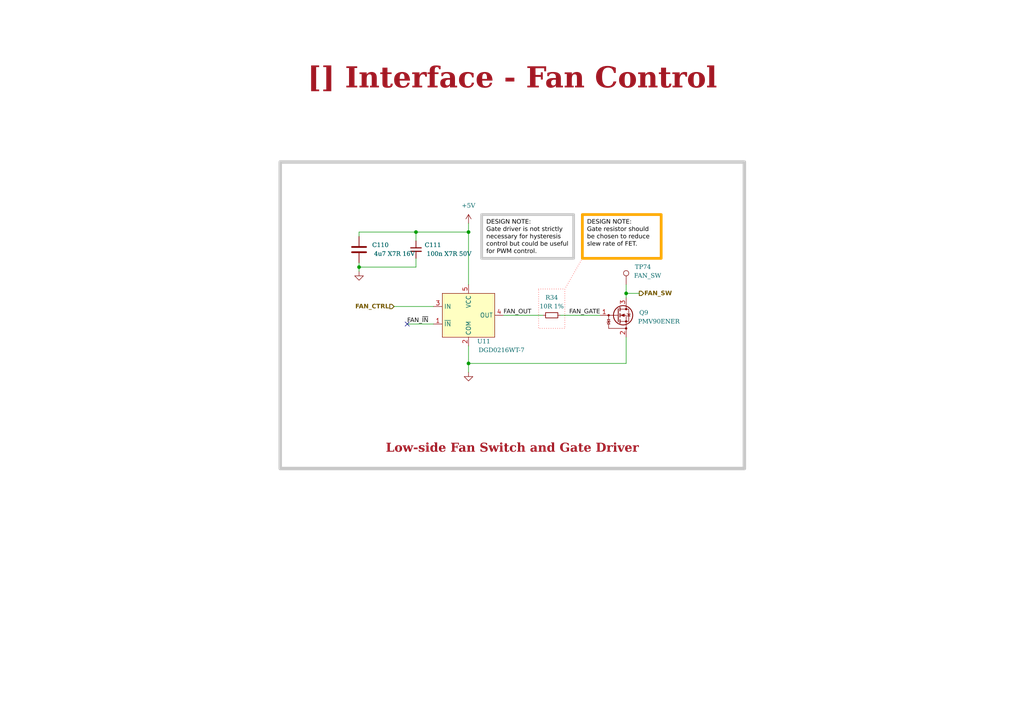
<source format=kicad_sch>
(kicad_sch
	(version 20231120)
	(generator "eeschema")
	(generator_version "8.0")
	(uuid "9561d9b9-905f-4f61-b14b-32e7a70f5d64")
	(paper "A4")
	(title_block
		(title "Interface - Fan Control")
		(date "2023-11-19")
		(rev "${REVISION}")
		(company "${COMPANY}")
	)
	(lib_symbols
		(symbol "0_gate_driver:DGD0216WT-7"
			(exclude_from_sim no)
			(in_bom yes)
			(on_board yes)
			(property "Reference" "U"
				(at -7.62 7.62 0)
				(effects
					(font
						(size 1.27 1.27)
					)
				)
			)
			(property "Value" "DGD0216WT-7"
				(at 7.62 -7.62 0)
				(effects
					(font
						(size 1.27 1.27)
					)
				)
			)
			(property "Footprint" "Package_TO_SOT_SMD:TSOT-23-5"
				(at 1.27 -22.86 0)
				(effects
					(font
						(size 1.27 1.27)
					)
					(hide yes)
				)
			)
			(property "Datasheet" "https://www.diodes.com/assets/Datasheets/DGD0215-0216.pdf"
				(at 0 -21.59 0)
				(effects
					(font
						(size 1.27 1.27)
					)
					(hide yes)
				)
			)
			(property "Description" "1.9A HIGH SPEED SINGLE GATE DRIVER"
				(at 0 0 0)
				(effects
					(font
						(size 1.27 1.27)
					)
					(hide yes)
				)
			)
			(property "ki_keywords" "Gate Driver"
				(at 0 0 0)
				(effects
					(font
						(size 1.27 1.27)
					)
					(hide yes)
				)
			)
			(symbol "DGD0216WT-7_1_1"
				(rectangle
					(start -7.62 6.35)
					(end 7.62 -6.35)
					(stroke
						(width 0)
						(type default)
					)
					(fill
						(type background)
					)
				)
				(pin input line
					(at -10.16 -2.54 0)
					(length 2.54)
					(name "~{IN}"
						(effects
							(font
								(size 1.27 1.27)
							)
						)
					)
					(number "1"
						(effects
							(font
								(size 1.27 1.27)
							)
						)
					)
				)
				(pin passive line
					(at 0 -8.89 90)
					(length 2.54)
					(name "COM"
						(effects
							(font
								(size 1.27 1.27)
							)
						)
					)
					(number "2"
						(effects
							(font
								(size 1.27 1.27)
							)
						)
					)
				)
				(pin input line
					(at -10.16 2.54 0)
					(length 2.54)
					(name "IN"
						(effects
							(font
								(size 1.27 1.27)
							)
						)
					)
					(number "3"
						(effects
							(font
								(size 1.27 1.27)
							)
						)
					)
				)
				(pin output line
					(at 10.16 0 180)
					(length 2.54)
					(name "OUT"
						(effects
							(font
								(size 1.27 1.27)
							)
						)
					)
					(number "4"
						(effects
							(font
								(size 1.27 1.27)
							)
						)
					)
				)
				(pin power_in line
					(at 0 8.89 270)
					(length 2.54)
					(name "VCC"
						(effects
							(font
								(size 1.27 1.27)
							)
						)
					)
					(number "5"
						(effects
							(font
								(size 1.27 1.27)
							)
						)
					)
				)
			)
		)
		(symbol "0_transistor_fet:PMV90ENER"
			(pin_names hide)
			(exclude_from_sim no)
			(in_bom yes)
			(on_board yes)
			(property "Reference" "Q"
				(at 5.08 1.905 0)
				(effects
					(font
						(size 1.27 1.27)
					)
					(justify left)
				)
			)
			(property "Value" "PMV90ENER"
				(at 5.08 0 0)
				(effects
					(font
						(size 1.27 1.27)
					)
					(justify left)
				)
			)
			(property "Footprint" "0_package_SOT_TO_SMD:SOT-23-3"
				(at 5.08 12.7 0)
				(effects
					(font
						(size 1.27 1.27)
						(italic yes)
					)
					(justify left)
					(hide yes)
				)
			)
			(property "Datasheet" "https://assets.nexperia.com/documents/data-sheet/PMV90ENE.pdf"
				(at 5.08 15.24 0)
				(effects
					(font
						(size 1.27 1.27)
					)
					(justify left)
					(hide yes)
				)
			)
			(property "Description" "N-Channel 30 V 3A (Ta) 460mW (Ta) Surface Mount TO-236AB"
				(at 0 0 0)
				(effects
					(font
						(size 1.27 1.27)
					)
					(hide yes)
				)
			)
			(property "ki_keywords" "N-Channel MOSFET Logic-Level"
				(at 0 0 0)
				(effects
					(font
						(size 1.27 1.27)
					)
					(hide yes)
				)
			)
			(property "ki_fp_filters" "TO?92*"
				(at 0 0 0)
				(effects
					(font
						(size 1.27 1.27)
					)
					(hide yes)
				)
			)
			(symbol "PMV90ENER_0_1"
				(circle
					(center -2.54 0)
					(radius 0.254)
					(stroke
						(width 0)
						(type default)
					)
					(fill
						(type outline)
					)
				)
				(polyline
					(pts
						(xy -2.54 -3.81) (xy -2.54 -2.54)
					)
					(stroke
						(width 0)
						(type default)
					)
					(fill
						(type none)
					)
				)
				(polyline
					(pts
						(xy -2.54 -3.81) (xy 2.54 -3.81)
					)
					(stroke
						(width 0)
						(type default)
					)
					(fill
						(type none)
					)
				)
				(polyline
					(pts
						(xy -2.54 0) (xy -2.54 -1.27)
					)
					(stroke
						(width 0)
						(type default)
					)
					(fill
						(type none)
					)
				)
				(polyline
					(pts
						(xy 0.254 0) (xy -2.54 0)
					)
					(stroke
						(width 0)
						(type default)
					)
					(fill
						(type none)
					)
				)
				(polyline
					(pts
						(xy 0.254 1.905) (xy 0.254 -1.905)
					)
					(stroke
						(width 0.254)
						(type default)
					)
					(fill
						(type none)
					)
				)
				(polyline
					(pts
						(xy 0.762 -1.27) (xy 0.762 -2.286)
					)
					(stroke
						(width 0.254)
						(type default)
					)
					(fill
						(type none)
					)
				)
				(polyline
					(pts
						(xy 0.762 0.508) (xy 0.762 -0.508)
					)
					(stroke
						(width 0.254)
						(type default)
					)
					(fill
						(type none)
					)
				)
				(polyline
					(pts
						(xy 0.762 2.286) (xy 0.762 1.27)
					)
					(stroke
						(width 0.254)
						(type default)
					)
					(fill
						(type none)
					)
				)
				(polyline
					(pts
						(xy 2.54 2.54) (xy 2.54 1.778)
					)
					(stroke
						(width 0)
						(type default)
					)
					(fill
						(type none)
					)
				)
				(polyline
					(pts
						(xy 2.54 -3.81) (xy 2.54 0) (xy 0.762 0)
					)
					(stroke
						(width 0)
						(type default)
					)
					(fill
						(type none)
					)
				)
				(polyline
					(pts
						(xy -2.54 -1.905) (xy -2.921 -1.27) (xy -2.159 -1.27) (xy -2.54 -1.905)
					)
					(stroke
						(width 0)
						(type default)
					)
					(fill
						(type none)
					)
				)
				(polyline
					(pts
						(xy -2.54 -1.905) (xy -2.159 -2.54) (xy -2.921 -2.54) (xy -2.54 -1.905)
					)
					(stroke
						(width 0)
						(type default)
					)
					(fill
						(type none)
					)
				)
				(polyline
					(pts
						(xy -2.032 -1.778) (xy -2.159 -1.905) (xy -2.921 -1.905) (xy -3.048 -2.032)
					)
					(stroke
						(width 0)
						(type default)
					)
					(fill
						(type none)
					)
				)
				(polyline
					(pts
						(xy 0.762 -1.778) (xy 3.302 -1.778) (xy 3.302 1.778) (xy 0.762 1.778)
					)
					(stroke
						(width 0)
						(type default)
					)
					(fill
						(type none)
					)
				)
				(polyline
					(pts
						(xy 1.016 0) (xy 2.032 0.381) (xy 2.032 -0.381) (xy 1.016 0)
					)
					(stroke
						(width 0)
						(type default)
					)
					(fill
						(type outline)
					)
				)
				(polyline
					(pts
						(xy 2.794 0.508) (xy 2.921 0.381) (xy 3.683 0.381) (xy 3.81 0.254)
					)
					(stroke
						(width 0)
						(type default)
					)
					(fill
						(type none)
					)
				)
				(polyline
					(pts
						(xy 3.302 0.381) (xy 2.921 -0.254) (xy 3.683 -0.254) (xy 3.302 0.381)
					)
					(stroke
						(width 0)
						(type default)
					)
					(fill
						(type none)
					)
				)
				(circle
					(center 1.651 0)
					(radius 2.794)
					(stroke
						(width 0.254)
						(type default)
					)
					(fill
						(type none)
					)
				)
				(circle
					(center 2.54 -3.81)
					(radius 0.254)
					(stroke
						(width 0)
						(type default)
					)
					(fill
						(type outline)
					)
				)
				(circle
					(center 2.54 -1.778)
					(radius 0.254)
					(stroke
						(width 0)
						(type default)
					)
					(fill
						(type outline)
					)
				)
				(circle
					(center 2.54 1.778)
					(radius 0.254)
					(stroke
						(width 0)
						(type default)
					)
					(fill
						(type outline)
					)
				)
			)
			(symbol "PMV90ENER_1_1"
				(pin input line
					(at -5.08 0 0)
					(length 2.54)
					(name "G"
						(effects
							(font
								(size 1.27 1.27)
							)
						)
					)
					(number "1"
						(effects
							(font
								(size 1.27 1.27)
							)
						)
					)
				)
				(pin passive line
					(at 2.54 -6.35 90)
					(length 2.54)
					(name "S"
						(effects
							(font
								(size 1.27 1.27)
							)
						)
					)
					(number "2"
						(effects
							(font
								(size 1.27 1.27)
							)
						)
					)
				)
				(pin passive line
					(at 2.54 5.08 270)
					(length 2.54)
					(name "D"
						(effects
							(font
								(size 1.27 1.27)
							)
						)
					)
					(number "3"
						(effects
							(font
								(size 1.27 1.27)
							)
						)
					)
				)
			)
		)
		(symbol "Connector:TestPoint"
			(pin_numbers hide)
			(pin_names
				(offset 0.762) hide)
			(exclude_from_sim no)
			(in_bom yes)
			(on_board yes)
			(property "Reference" "TP"
				(at 0 6.858 0)
				(effects
					(font
						(size 1.27 1.27)
					)
				)
			)
			(property "Value" "TestPoint"
				(at 0 5.08 0)
				(effects
					(font
						(size 1.27 1.27)
					)
				)
			)
			(property "Footprint" ""
				(at 5.08 0 0)
				(effects
					(font
						(size 1.27 1.27)
					)
					(hide yes)
				)
			)
			(property "Datasheet" "~"
				(at 5.08 0 0)
				(effects
					(font
						(size 1.27 1.27)
					)
					(hide yes)
				)
			)
			(property "Description" "test point"
				(at 0 0 0)
				(effects
					(font
						(size 1.27 1.27)
					)
					(hide yes)
				)
			)
			(property "ki_keywords" "test point tp"
				(at 0 0 0)
				(effects
					(font
						(size 1.27 1.27)
					)
					(hide yes)
				)
			)
			(property "ki_fp_filters" "Pin* Test*"
				(at 0 0 0)
				(effects
					(font
						(size 1.27 1.27)
					)
					(hide yes)
				)
			)
			(symbol "TestPoint_0_1"
				(circle
					(center 0 3.302)
					(radius 0.762)
					(stroke
						(width 0)
						(type default)
					)
					(fill
						(type none)
					)
				)
			)
			(symbol "TestPoint_1_1"
				(pin passive line
					(at 0 0 90)
					(length 2.54)
					(name "1"
						(effects
							(font
								(size 1.27 1.27)
							)
						)
					)
					(number "1"
						(effects
							(font
								(size 1.27 1.27)
							)
						)
					)
				)
			)
		)
		(symbol "Device:C"
			(pin_numbers hide)
			(pin_names
				(offset 0.254)
			)
			(exclude_from_sim no)
			(in_bom yes)
			(on_board yes)
			(property "Reference" "C"
				(at 0.635 2.54 0)
				(effects
					(font
						(size 1.27 1.27)
					)
					(justify left)
				)
			)
			(property "Value" "C"
				(at 0.635 -2.54 0)
				(effects
					(font
						(size 1.27 1.27)
					)
					(justify left)
				)
			)
			(property "Footprint" ""
				(at 0.9652 -3.81 0)
				(effects
					(font
						(size 1.27 1.27)
					)
					(hide yes)
				)
			)
			(property "Datasheet" "~"
				(at 0 0 0)
				(effects
					(font
						(size 1.27 1.27)
					)
					(hide yes)
				)
			)
			(property "Description" "Unpolarized capacitor"
				(at 0 0 0)
				(effects
					(font
						(size 1.27 1.27)
					)
					(hide yes)
				)
			)
			(property "ki_keywords" "cap capacitor"
				(at 0 0 0)
				(effects
					(font
						(size 1.27 1.27)
					)
					(hide yes)
				)
			)
			(property "ki_fp_filters" "C_*"
				(at 0 0 0)
				(effects
					(font
						(size 1.27 1.27)
					)
					(hide yes)
				)
			)
			(symbol "C_0_1"
				(polyline
					(pts
						(xy -2.032 -0.762) (xy 2.032 -0.762)
					)
					(stroke
						(width 0.508)
						(type default)
					)
					(fill
						(type none)
					)
				)
				(polyline
					(pts
						(xy -2.032 0.762) (xy 2.032 0.762)
					)
					(stroke
						(width 0.508)
						(type default)
					)
					(fill
						(type none)
					)
				)
			)
			(symbol "C_1_1"
				(pin passive line
					(at 0 3.81 270)
					(length 2.794)
					(name "~"
						(effects
							(font
								(size 1.27 1.27)
							)
						)
					)
					(number "1"
						(effects
							(font
								(size 1.27 1.27)
							)
						)
					)
				)
				(pin passive line
					(at 0 -3.81 90)
					(length 2.794)
					(name "~"
						(effects
							(font
								(size 1.27 1.27)
							)
						)
					)
					(number "2"
						(effects
							(font
								(size 1.27 1.27)
							)
						)
					)
				)
			)
		)
		(symbol "Device:C_Small"
			(pin_numbers hide)
			(pin_names
				(offset 0.254) hide)
			(exclude_from_sim no)
			(in_bom yes)
			(on_board yes)
			(property "Reference" "C"
				(at 0.254 1.778 0)
				(effects
					(font
						(size 1.27 1.27)
					)
					(justify left)
				)
			)
			(property "Value" "C_Small"
				(at 0.254 -2.032 0)
				(effects
					(font
						(size 1.27 1.27)
					)
					(justify left)
				)
			)
			(property "Footprint" ""
				(at 0 0 0)
				(effects
					(font
						(size 1.27 1.27)
					)
					(hide yes)
				)
			)
			(property "Datasheet" "~"
				(at 0 0 0)
				(effects
					(font
						(size 1.27 1.27)
					)
					(hide yes)
				)
			)
			(property "Description" "Unpolarized capacitor, small symbol"
				(at 0 0 0)
				(effects
					(font
						(size 1.27 1.27)
					)
					(hide yes)
				)
			)
			(property "ki_keywords" "capacitor cap"
				(at 0 0 0)
				(effects
					(font
						(size 1.27 1.27)
					)
					(hide yes)
				)
			)
			(property "ki_fp_filters" "C_*"
				(at 0 0 0)
				(effects
					(font
						(size 1.27 1.27)
					)
					(hide yes)
				)
			)
			(symbol "C_Small_0_1"
				(polyline
					(pts
						(xy -1.524 -0.508) (xy 1.524 -0.508)
					)
					(stroke
						(width 0.3302)
						(type default)
					)
					(fill
						(type none)
					)
				)
				(polyline
					(pts
						(xy -1.524 0.508) (xy 1.524 0.508)
					)
					(stroke
						(width 0.3048)
						(type default)
					)
					(fill
						(type none)
					)
				)
			)
			(symbol "C_Small_1_1"
				(pin passive line
					(at 0 2.54 270)
					(length 2.032)
					(name "~"
						(effects
							(font
								(size 1.27 1.27)
							)
						)
					)
					(number "1"
						(effects
							(font
								(size 1.27 1.27)
							)
						)
					)
				)
				(pin passive line
					(at 0 -2.54 90)
					(length 2.032)
					(name "~"
						(effects
							(font
								(size 1.27 1.27)
							)
						)
					)
					(number "2"
						(effects
							(font
								(size 1.27 1.27)
							)
						)
					)
				)
			)
		)
		(symbol "Device:R_Small"
			(pin_numbers hide)
			(pin_names
				(offset 0.254) hide)
			(exclude_from_sim no)
			(in_bom yes)
			(on_board yes)
			(property "Reference" "R"
				(at 0.762 0.508 0)
				(effects
					(font
						(size 1.27 1.27)
					)
					(justify left)
				)
			)
			(property "Value" "R_Small"
				(at 0.762 -1.016 0)
				(effects
					(font
						(size 1.27 1.27)
					)
					(justify left)
				)
			)
			(property "Footprint" ""
				(at 0 0 0)
				(effects
					(font
						(size 1.27 1.27)
					)
					(hide yes)
				)
			)
			(property "Datasheet" "~"
				(at 0 0 0)
				(effects
					(font
						(size 1.27 1.27)
					)
					(hide yes)
				)
			)
			(property "Description" "Resistor, small symbol"
				(at 0 0 0)
				(effects
					(font
						(size 1.27 1.27)
					)
					(hide yes)
				)
			)
			(property "ki_keywords" "R resistor"
				(at 0 0 0)
				(effects
					(font
						(size 1.27 1.27)
					)
					(hide yes)
				)
			)
			(property "ki_fp_filters" "R_*"
				(at 0 0 0)
				(effects
					(font
						(size 1.27 1.27)
					)
					(hide yes)
				)
			)
			(symbol "R_Small_0_1"
				(rectangle
					(start -0.762 1.778)
					(end 0.762 -1.778)
					(stroke
						(width 0.2032)
						(type default)
					)
					(fill
						(type none)
					)
				)
			)
			(symbol "R_Small_1_1"
				(pin passive line
					(at 0 2.54 270)
					(length 0.762)
					(name "~"
						(effects
							(font
								(size 1.27 1.27)
							)
						)
					)
					(number "1"
						(effects
							(font
								(size 1.27 1.27)
							)
						)
					)
				)
				(pin passive line
					(at 0 -2.54 90)
					(length 0.762)
					(name "~"
						(effects
							(font
								(size 1.27 1.27)
							)
						)
					)
					(number "2"
						(effects
							(font
								(size 1.27 1.27)
							)
						)
					)
				)
			)
		)
		(symbol "power:+5V"
			(power)
			(pin_names
				(offset 0)
			)
			(exclude_from_sim no)
			(in_bom yes)
			(on_board yes)
			(property "Reference" "#PWR"
				(at 0 -3.81 0)
				(effects
					(font
						(size 1.27 1.27)
					)
					(hide yes)
				)
			)
			(property "Value" "+5V"
				(at 0 3.556 0)
				(effects
					(font
						(size 1.27 1.27)
					)
				)
			)
			(property "Footprint" ""
				(at 0 0 0)
				(effects
					(font
						(size 1.27 1.27)
					)
					(hide yes)
				)
			)
			(property "Datasheet" ""
				(at 0 0 0)
				(effects
					(font
						(size 1.27 1.27)
					)
					(hide yes)
				)
			)
			(property "Description" "Power symbol creates a global label with name \"+5V\""
				(at 0 0 0)
				(effects
					(font
						(size 1.27 1.27)
					)
					(hide yes)
				)
			)
			(property "ki_keywords" "global power"
				(at 0 0 0)
				(effects
					(font
						(size 1.27 1.27)
					)
					(hide yes)
				)
			)
			(symbol "+5V_0_1"
				(polyline
					(pts
						(xy -0.762 1.27) (xy 0 2.54)
					)
					(stroke
						(width 0)
						(type default)
					)
					(fill
						(type none)
					)
				)
				(polyline
					(pts
						(xy 0 0) (xy 0 2.54)
					)
					(stroke
						(width 0)
						(type default)
					)
					(fill
						(type none)
					)
				)
				(polyline
					(pts
						(xy 0 2.54) (xy 0.762 1.27)
					)
					(stroke
						(width 0)
						(type default)
					)
					(fill
						(type none)
					)
				)
			)
			(symbol "+5V_1_1"
				(pin power_in line
					(at 0 0 90)
					(length 0) hide
					(name "+5V"
						(effects
							(font
								(size 1.27 1.27)
							)
						)
					)
					(number "1"
						(effects
							(font
								(size 1.27 1.27)
							)
						)
					)
				)
			)
		)
		(symbol "power:GND"
			(power)
			(pin_names
				(offset 0)
			)
			(exclude_from_sim no)
			(in_bom yes)
			(on_board yes)
			(property "Reference" "#PWR"
				(at 0 -6.35 0)
				(effects
					(font
						(size 1.27 1.27)
					)
					(hide yes)
				)
			)
			(property "Value" "GND"
				(at 0 -3.81 0)
				(effects
					(font
						(size 1.27 1.27)
					)
				)
			)
			(property "Footprint" ""
				(at 0 0 0)
				(effects
					(font
						(size 1.27 1.27)
					)
					(hide yes)
				)
			)
			(property "Datasheet" ""
				(at 0 0 0)
				(effects
					(font
						(size 1.27 1.27)
					)
					(hide yes)
				)
			)
			(property "Description" "Power symbol creates a global label with name \"GND\" , ground"
				(at 0 0 0)
				(effects
					(font
						(size 1.27 1.27)
					)
					(hide yes)
				)
			)
			(property "ki_keywords" "global power"
				(at 0 0 0)
				(effects
					(font
						(size 1.27 1.27)
					)
					(hide yes)
				)
			)
			(symbol "GND_0_1"
				(polyline
					(pts
						(xy 0 0) (xy 0 -1.27) (xy 1.27 -1.27) (xy 0 -2.54) (xy -1.27 -1.27) (xy 0 -1.27)
					)
					(stroke
						(width 0)
						(type default)
					)
					(fill
						(type none)
					)
				)
			)
			(symbol "GND_1_1"
				(pin power_in line
					(at 0 0 270)
					(length 0) hide
					(name "GND"
						(effects
							(font
								(size 1.27 1.27)
							)
						)
					)
					(number "1"
						(effects
							(font
								(size 1.27 1.27)
							)
						)
					)
				)
			)
		)
	)
	(junction
		(at 135.89 67.31)
		(diameter 0)
		(color 0 0 0 0)
		(uuid "101e2370-fde4-40c7-924f-1c041ea073b4")
	)
	(junction
		(at 135.89 105.41)
		(diameter 0)
		(color 0 0 0 0)
		(uuid "20cf5432-6741-4fc5-b1d7-53c32d8001c9")
	)
	(junction
		(at 120.65 67.31)
		(diameter 0)
		(color 0 0 0 0)
		(uuid "44fca2cd-3f3e-46f8-9f55-e048e840c877")
	)
	(junction
		(at 181.61 85.09)
		(diameter 0)
		(color 0 0 0 0)
		(uuid "5d418cee-ea31-48c2-92b2-fd1f9e25170f")
	)
	(junction
		(at 104.14 77.47)
		(diameter 0)
		(color 0 0 0 0)
		(uuid "b3977ccd-bacd-46bf-aaa8-08536d18cf98")
	)
	(no_connect
		(at 118.11 93.98)
		(uuid "f2cb6240-337d-4902-9b20-8a76fd513b47")
	)
	(wire
		(pts
			(xy 181.61 85.09) (xy 181.61 86.36)
		)
		(stroke
			(width 0)
			(type default)
		)
		(uuid "048ffe3e-ebe7-43ec-b7a2-6365493d7b18")
	)
	(wire
		(pts
			(xy 104.14 77.47) (xy 104.14 76.2)
		)
		(stroke
			(width 0)
			(type default)
		)
		(uuid "3751f164-aeb3-46e4-a99f-3767ca5b9246")
	)
	(wire
		(pts
			(xy 135.89 64.77) (xy 135.89 67.31)
		)
		(stroke
			(width 0)
			(type default)
		)
		(uuid "39106e5f-d8d4-418c-a534-5b165bfd7730")
	)
	(wire
		(pts
			(xy 146.05 91.44) (xy 157.48 91.44)
		)
		(stroke
			(width 0)
			(type default)
		)
		(uuid "3ca57dfa-2eda-4492-8d3c-8e3a6a9e2cb0")
	)
	(wire
		(pts
			(xy 135.89 107.95) (xy 135.89 105.41)
		)
		(stroke
			(width 0)
			(type default)
		)
		(uuid "410de889-300d-4944-b0f0-6fec4131090e")
	)
	(wire
		(pts
			(xy 181.61 85.09) (xy 181.61 82.55)
		)
		(stroke
			(width 0)
			(type default)
		)
		(uuid "4907b5f6-5ee1-4545-9427-03312eb3d4a1")
	)
	(wire
		(pts
			(xy 120.65 67.31) (xy 135.89 67.31)
		)
		(stroke
			(width 0)
			(type default)
		)
		(uuid "56708e91-39e1-4335-9451-d33ac839af3c")
	)
	(wire
		(pts
			(xy 104.14 67.31) (xy 120.65 67.31)
		)
		(stroke
			(width 0)
			(type default)
		)
		(uuid "64b4ef4a-6f5f-4d51-b593-dcc84272aabc")
	)
	(wire
		(pts
			(xy 135.89 105.41) (xy 135.89 100.33)
		)
		(stroke
			(width 0)
			(type default)
		)
		(uuid "6b9a765e-9d6d-4479-9902-d06b34e1932b")
	)
	(wire
		(pts
			(xy 104.14 78.74) (xy 104.14 77.47)
		)
		(stroke
			(width 0)
			(type default)
		)
		(uuid "802ba361-95c9-448e-9e81-bd5ceb01988e")
	)
	(wire
		(pts
			(xy 135.89 67.31) (xy 135.89 82.55)
		)
		(stroke
			(width 0)
			(type default)
		)
		(uuid "863b0ba9-feb4-4b3d-9158-ed85a7fc46f1")
	)
	(wire
		(pts
			(xy 181.61 105.41) (xy 181.61 97.79)
		)
		(stroke
			(width 0)
			(type default)
		)
		(uuid "99583f31-a05e-4d39-840c-b970772f6ef6")
	)
	(wire
		(pts
			(xy 120.65 69.85) (xy 120.65 67.31)
		)
		(stroke
			(width 0)
			(type default)
		)
		(uuid "a836599c-bf9d-454a-ac88-2a2a04e1826a")
	)
	(wire
		(pts
			(xy 104.14 77.47) (xy 120.65 77.47)
		)
		(stroke
			(width 0)
			(type default)
		)
		(uuid "b37357d6-16c4-4e68-b503-2f582659f3bc")
	)
	(wire
		(pts
			(xy 162.56 91.44) (xy 173.99 91.44)
		)
		(stroke
			(width 0)
			(type default)
		)
		(uuid "b98d131c-325c-471b-b91a-70e8529f33f3")
	)
	(wire
		(pts
			(xy 185.42 85.09) (xy 181.61 85.09)
		)
		(stroke
			(width 0)
			(type default)
		)
		(uuid "bdb0529b-6132-4b6d-9142-3b765b09c471")
	)
	(wire
		(pts
			(xy 120.65 77.47) (xy 120.65 74.93)
		)
		(stroke
			(width 0)
			(type default)
		)
		(uuid "c1d1786f-36ce-48b0-9be6-6d4ed1059fcb")
	)
	(wire
		(pts
			(xy 135.89 105.41) (xy 181.61 105.41)
		)
		(stroke
			(width 0)
			(type default)
		)
		(uuid "cc544105-2ea8-47b1-b452-6f7ad4e0714f")
	)
	(wire
		(pts
			(xy 114.3 88.9) (xy 125.73 88.9)
		)
		(stroke
			(width 0)
			(type default)
		)
		(uuid "d11efbef-8855-47a1-9cfa-d917a4dda83e")
	)
	(polyline
		(pts
			(xy 168.91 74.93) (xy 163.83 83.82)
		)
		(stroke
			(width 0)
			(type dot)
			(color 255 0 0 1)
		)
		(uuid "d1a39232-5d49-455b-8e61-6b10100f7c7a")
	)
	(wire
		(pts
			(xy 104.14 68.58) (xy 104.14 67.31)
		)
		(stroke
			(width 0)
			(type default)
		)
		(uuid "f218f68d-bdc6-4170-85fd-b96f85911fb3")
	)
	(wire
		(pts
			(xy 118.11 93.98) (xy 125.73 93.98)
		)
		(stroke
			(width 0)
			(type default)
		)
		(uuid "fa7b5097-6ac2-4c9d-8bbe-8865315f496d")
	)
	(rectangle
		(start 81.28 46.99)
		(end 215.9 135.89)
		(stroke
			(width 1)
			(type default)
			(color 200 200 200 1)
		)
		(fill
			(type none)
		)
		(uuid 55b62773-aca7-4aa9-a129-1ec7f329bbbb)
	)
	(rectangle
		(start 156.21 83.82)
		(end 163.83 95.25)
		(stroke
			(width 0)
			(type dot)
			(color 255 0 0 1)
		)
		(fill
			(type none)
		)
		(uuid 7f6e66e1-421d-4eae-9d31-820bd27b0277)
	)
	(text_box "Low-side Fan Switch and Gate Driver"
		(exclude_from_sim no)
		(at 82.55 124.46 0)
		(size 132.08 8.89)
		(stroke
			(width -0.0001)
			(type default)
		)
		(fill
			(type none)
		)
		(effects
			(font
				(face "Times New Roman")
				(size 2.54 2.54)
				(thickness 0.508)
				(bold yes)
				(color 162 22 34 1)
			)
			(justify bottom)
		)
		(uuid "75acdc0f-70f5-4531-a7bc-2c74ac6b0c60")
	)
	(text_box "DESIGN NOTE:\nGate driver is not strictly necessary for hysteresis control but could be useful for PWM control."
		(exclude_from_sim no)
		(at 139.7 62.23 0)
		(size 26.67 12.7)
		(stroke
			(width 0.8)
			(type solid)
			(color 200 200 200 1)
		)
		(fill
			(type none)
		)
		(effects
			(font
				(face "Arial")
				(size 1.27 1.27)
				(color 0 0 0 1)
			)
			(justify left top)
		)
		(uuid "ae9cb168-0556-44ea-9a10-dac3cc0d393c")
	)
	(text_box "DESIGN NOTE:\nGate resistor should be chosen to reduce slew rate of FET."
		(exclude_from_sim no)
		(at 168.91 62.23 0)
		(size 22.86 12.7)
		(stroke
			(width 0.8)
			(type solid)
			(color 255 165 0 1)
		)
		(fill
			(type none)
		)
		(effects
			(font
				(face "Arial")
				(size 1.27 1.27)
				(color 0 0 0 1)
			)
			(justify left top)
		)
		(uuid "f50f95f9-f6b1-4c32-bb6f-6e295a7bc32a")
	)
	(text_box "[${#}] ${TITLE}"
		(exclude_from_sim no)
		(at 80.01 16.51 0)
		(size 137.16 12.7)
		(stroke
			(width -0.0001)
			(type default)
		)
		(fill
			(type none)
		)
		(effects
			(font
				(face "Times New Roman")
				(size 6 6)
				(thickness 1.2)
				(bold yes)
				(color 162 22 34 1)
			)
		)
		(uuid "f5ed8ea7-c8d1-484a-84f3-351b810d8e28")
	)
	(label "FAN_OUT"
		(at 146.05 91.44 0)
		(fields_autoplaced yes)
		(effects
			(font
				(face "Arial")
				(size 1.27 1.27)
			)
			(justify left bottom)
		)
		(uuid "3bd021d3-b293-46cf-aad1-6aca52a7cbef")
	)
	(label "FAN_GATE"
		(at 165.1 91.44 0)
		(fields_autoplaced yes)
		(effects
			(font
				(face "Arial")
				(size 1.27 1.27)
			)
			(justify left bottom)
		)
		(uuid "7af2eb96-60af-44c2-9e59-a5b5e4ebf66c")
	)
	(label "FAN_~{IN}"
		(at 118.11 93.98 0)
		(fields_autoplaced yes)
		(effects
			(font
				(face "Arial")
				(size 1.27 1.27)
			)
			(justify left bottom)
		)
		(uuid "904ea58a-f675-49ab-8092-c11cc9e5e748")
	)
	(hierarchical_label "FAN_SW"
		(shape output)
		(at 185.42 85.09 0)
		(fields_autoplaced yes)
		(effects
			(font
				(face "Arial")
				(size 1.27 1.27)
				(thickness 0.254)
				(bold yes)
			)
			(justify left)
		)
		(uuid "092cb7c6-c439-42ba-b0dd-bfc636802d68")
	)
	(hierarchical_label "FAN_CTRL"
		(shape input)
		(at 114.3 88.9 180)
		(fields_autoplaced yes)
		(effects
			(font
				(face "Arial")
				(size 1.27 1.27)
				(thickness 0.254)
				(bold yes)
			)
			(justify right)
		)
		(uuid "109d8f0f-db84-4150-96bd-240a3eeafb74")
	)
	(symbol
		(lib_id "Device:C")
		(at 104.14 72.39 0)
		(unit 1)
		(exclude_from_sim no)
		(in_bom yes)
		(on_board yes)
		(dnp no)
		(uuid "40e53a1f-7245-4f96-bd17-5d01fa1fb9d5")
		(property "Reference" "C110"
			(at 107.95 71.12 0)
			(effects
				(font
					(face "Times New Roman")
					(size 1.27 1.27)
				)
				(justify left)
			)
		)
		(property "Value" "4u7 X7R 16V"
			(at 107.95 73.66 0)
			(effects
				(font
					(face "Times New Roman")
					(size 1.27 1.27)
				)
				(justify left)
			)
		)
		(property "Footprint" "0_capacitor_smd:C_0603_1608_DensityHigh"
			(at 105.1052 76.2 0)
			(effects
				(font
					(face "Times New Roman")
					(size 1.27 1.27)
				)
				(hide yes)
			)
		)
		(property "Datasheet" "https://search.murata.co.jp/Ceramy/image/img/A01X/G101/ENG/GRM188Z71C475KE21-01A.pdf"
			(at 104.14 72.39 0)
			(effects
				(font
					(face "Times New Roman")
					(size 1.27 1.27)
				)
				(hide yes)
			)
		)
		(property "Description" "4.7 µF ±10% 16V Ceramic Capacitor X7R 0603 (1608 Metric)"
			(at 104.14 72.39 0)
			(effects
				(font
					(face "Times New Roman")
					(size 1.27 1.27)
				)
				(hide yes)
			)
		)
		(property "Supplier 1" "Digikey"
			(at 104.14 72.39 0)
			(effects
				(font
					(face "Times New Roman")
					(size 1.27 1.27)
				)
				(hide yes)
			)
		)
		(property "Supplier Part Number 1" "490-GRM188Z71C475KE21JCT-ND"
			(at 104.14 72.39 0)
			(effects
				(font
					(face "Times New Roman")
					(size 1.27 1.27)
				)
				(hide yes)
			)
		)
		(property "manf" "Murata Electronics"
			(at 104.14 72.39 0)
			(effects
				(font
					(size 1.27 1.27)
				)
				(hide yes)
			)
		)
		(property "manf#" "GRM188Z71C475KE21J"
			(at 104.14 72.39 0)
			(effects
				(font
					(size 1.27 1.27)
				)
				(hide yes)
			)
		)
		(pin "1"
			(uuid "5185d2a6-421f-4a45-87c4-0cc46e28cfd1")
		)
		(pin "2"
			(uuid "524b0a4f-3d7c-43a2-a060-0d07e61d6b6d")
		)
		(instances
			(project "pcb2blender_tmp"
				(path "/0650c7a8-acba-429c-9f8e-eec0baf0bc1c/fede4c36-00cc-4d3d-b71c-5243ba232202/a6cb2049-0230-448a-abe7-a100286c1c6c"
					(reference "C110")
					(unit 1)
				)
			)
		)
	)
	(symbol
		(lib_id "Device:R_Small")
		(at 160.02 91.44 90)
		(unit 1)
		(exclude_from_sim no)
		(in_bom yes)
		(on_board yes)
		(dnp no)
		(fields_autoplaced yes)
		(uuid "436345e9-3a15-474a-86ff-06d999f774f0")
		(property "Reference" "R34"
			(at 160.02 86.36 90)
			(effects
				(font
					(face "Times New Roman")
					(size 1.27 1.27)
				)
			)
		)
		(property "Value" "10R 1%"
			(at 160.02 88.9 90)
			(effects
				(font
					(face "Times New Roman")
					(size 1.27 1.27)
				)
			)
		)
		(property "Footprint" "0_resistor_smd:R_0603_1608_DensityHigh"
			(at 160.02 91.44 0)
			(effects
				(font
					(face "Times New Roman")
					(size 1.27 1.27)
				)
				(hide yes)
			)
		)
		(property "Datasheet" "https://www.vishay.com/docs/20043/crcwhpe3.pdf"
			(at 160.02 91.44 0)
			(effects
				(font
					(face "Times New Roman")
					(size 1.27 1.27)
				)
				(hide yes)
			)
		)
		(property "Description" "10 Ohms ±1% 0.333W, 1/3W Chip Resistor 0603 (1608 Metric) Automotive AEC-Q200, Pulse Withstanding Thick Film"
			(at 160.02 91.44 0)
			(effects
				(font
					(face "Times New Roman")
					(size 1.27 1.27)
				)
				(hide yes)
			)
		)
		(property "Supplier 1" "Digikey"
			(at 160.02 91.44 0)
			(effects
				(font
					(face "Times New Roman")
					(size 1.27 1.27)
				)
				(hide yes)
			)
		)
		(property "Supplier Part Number 1" "541-10.0SCT-ND"
			(at 160.02 91.44 0)
			(effects
				(font
					(face "Times New Roman")
					(size 1.27 1.27)
				)
				(hide yes)
			)
		)
		(property "manf" "Vishay"
			(at 160.02 91.44 0)
			(effects
				(font
					(size 1.27 1.27)
				)
				(hide yes)
			)
		)
		(property "manf#" "CRCW060310R0FKEAHP"
			(at 160.02 91.44 0)
			(effects
				(font
					(size 1.27 1.27)
				)
				(hide yes)
			)
		)
		(pin "1"
			(uuid "5aaafef4-efe9-4d23-8eb7-eda1217fc3ef")
		)
		(pin "2"
			(uuid "b21a5637-1044-4647-85e6-636239aa891a")
		)
		(instances
			(project "pcb2blender_tmp"
				(path "/0650c7a8-acba-429c-9f8e-eec0baf0bc1c/fede4c36-00cc-4d3d-b71c-5243ba232202/a6cb2049-0230-448a-abe7-a100286c1c6c"
					(reference "R34")
					(unit 1)
				)
			)
		)
	)
	(symbol
		(lib_id "power:GND")
		(at 104.14 78.74 0)
		(unit 1)
		(exclude_from_sim no)
		(in_bom yes)
		(on_board yes)
		(dnp no)
		(fields_autoplaced yes)
		(uuid "683e69f2-0e7e-4764-bfc7-d78303bfc95e")
		(property "Reference" "#PWR060"
			(at 104.14 85.09 0)
			(effects
				(font
					(face "Times New Roman")
					(size 1.27 1.27)
				)
				(hide yes)
			)
		)
		(property "Value" "GND"
			(at 104.14 83.82 0)
			(effects
				(font
					(face "Times New Roman")
					(size 1.27 1.27)
				)
				(hide yes)
			)
		)
		(property "Footprint" ""
			(at 104.14 78.74 0)
			(effects
				(font
					(face "Times New Roman")
					(size 1.27 1.27)
				)
				(hide yes)
			)
		)
		(property "Datasheet" ""
			(at 104.14 78.74 0)
			(effects
				(font
					(face "Times New Roman")
					(size 1.27 1.27)
				)
				(hide yes)
			)
		)
		(property "Description" ""
			(at 104.14 78.74 0)
			(effects
				(font
					(face "Times New Roman")
					(size 1.27 1.27)
				)
				(hide yes)
			)
		)
		(pin "1"
			(uuid "3e7c19d9-6fb4-4394-943e-2a7988ea8015")
		)
		(instances
			(project "pcb2blender_tmp"
				(path "/0650c7a8-acba-429c-9f8e-eec0baf0bc1c/fede4c36-00cc-4d3d-b71c-5243ba232202/a6cb2049-0230-448a-abe7-a100286c1c6c"
					(reference "#PWR060")
					(unit 1)
				)
			)
		)
	)
	(symbol
		(lib_id "power:+5V")
		(at 135.89 64.77 0)
		(unit 1)
		(exclude_from_sim no)
		(in_bom yes)
		(on_board yes)
		(dnp no)
		(fields_autoplaced yes)
		(uuid "7615ab05-b5a6-451f-910b-f8cc50a7347c")
		(property "Reference" "#PWR061"
			(at 135.89 68.58 0)
			(effects
				(font
					(face "Times New Roman")
					(size 1.27 1.27)
				)
				(hide yes)
			)
		)
		(property "Value" "+5V"
			(at 135.89 59.69 0)
			(effects
				(font
					(face "Times New Roman")
					(size 1.27 1.27)
				)
			)
		)
		(property "Footprint" ""
			(at 135.89 64.77 0)
			(effects
				(font
					(face "Times New Roman")
					(size 1.27 1.27)
				)
				(hide yes)
			)
		)
		(property "Datasheet" ""
			(at 135.89 64.77 0)
			(effects
				(font
					(face "Times New Roman")
					(size 1.27 1.27)
				)
				(hide yes)
			)
		)
		(property "Description" ""
			(at 135.89 64.77 0)
			(effects
				(font
					(face "Times New Roman")
					(size 1.27 1.27)
				)
				(hide yes)
			)
		)
		(pin "1"
			(uuid "10abffc3-165e-40d6-9970-2bb7196b8422")
		)
		(instances
			(project "pcb2blender_tmp"
				(path "/0650c7a8-acba-429c-9f8e-eec0baf0bc1c/fede4c36-00cc-4d3d-b71c-5243ba232202/a6cb2049-0230-448a-abe7-a100286c1c6c"
					(reference "#PWR061")
					(unit 1)
				)
			)
		)
	)
	(symbol
		(lib_id "power:GND")
		(at 135.89 107.95 0)
		(unit 1)
		(exclude_from_sim no)
		(in_bom yes)
		(on_board yes)
		(dnp no)
		(fields_autoplaced yes)
		(uuid "82a92d1e-e7fd-49a7-81b1-8b058a443e13")
		(property "Reference" "#PWR062"
			(at 135.89 114.3 0)
			(effects
				(font
					(face "Times New Roman")
					(size 1.27 1.27)
				)
				(hide yes)
			)
		)
		(property "Value" "GND"
			(at 135.89 113.03 0)
			(effects
				(font
					(face "Times New Roman")
					(size 1.27 1.27)
				)
				(hide yes)
			)
		)
		(property "Footprint" ""
			(at 135.89 107.95 0)
			(effects
				(font
					(face "Times New Roman")
					(size 1.27 1.27)
				)
				(hide yes)
			)
		)
		(property "Datasheet" ""
			(at 135.89 107.95 0)
			(effects
				(font
					(face "Times New Roman")
					(size 1.27 1.27)
				)
				(hide yes)
			)
		)
		(property "Description" ""
			(at 135.89 107.95 0)
			(effects
				(font
					(face "Times New Roman")
					(size 1.27 1.27)
				)
				(hide yes)
			)
		)
		(pin "1"
			(uuid "93cc4dbd-8f85-4c21-a495-5b01e0b294f8")
		)
		(instances
			(project "pcb2blender_tmp"
				(path "/0650c7a8-acba-429c-9f8e-eec0baf0bc1c/fede4c36-00cc-4d3d-b71c-5243ba232202/a6cb2049-0230-448a-abe7-a100286c1c6c"
					(reference "#PWR062")
					(unit 1)
				)
			)
		)
	)
	(symbol
		(lib_id "0_gate_driver:DGD0216WT-7")
		(at 135.89 91.44 0)
		(unit 1)
		(exclude_from_sim no)
		(in_bom yes)
		(on_board yes)
		(dnp no)
		(uuid "adf2080e-debc-4cee-a58e-501516191c29")
		(property "Reference" "U11"
			(at 138.43 99.06 0)
			(effects
				(font
					(face "Times New Roman")
					(size 1.27 1.27)
				)
				(justify left)
			)
		)
		(property "Value" "DGD0216WT-7"
			(at 138.43 101.6 0)
			(effects
				(font
					(face "Times New Roman")
					(size 1.27 1.27)
				)
				(justify left)
			)
		)
		(property "Footprint" "0_package_SOT_TO_SMD:SOT-23-5"
			(at 137.16 114.3 0)
			(effects
				(font
					(face "Times New Roman")
					(size 1.27 1.27)
				)
				(hide yes)
			)
		)
		(property "Datasheet" "https://www.diodes.com/assets/Datasheets/DGD0215-0216.pdf"
			(at 135.89 113.03 0)
			(effects
				(font
					(face "Times New Roman")
					(size 1.27 1.27)
				)
				(hide yes)
			)
		)
		(property "Description" "1.9A HIGH SPEED SINGLE GATE DRIVER"
			(at 135.89 91.44 0)
			(effects
				(font
					(face "Times New Roman")
					(size 1.27 1.27)
				)
				(hide yes)
			)
		)
		(property "Supplier 1" "Digikey"
			(at 135.89 91.44 0)
			(effects
				(font
					(face "Times New Roman")
					(size 1.27 1.27)
				)
				(hide yes)
			)
		)
		(property "Supplier Part Number 1" "DGD0216WT-7DICT-ND"
			(at 135.89 91.44 0)
			(effects
				(font
					(face "Times New Roman")
					(size 1.27 1.27)
				)
				(hide yes)
			)
		)
		(property "manf" "Diodes Incorporated"
			(at 135.89 91.44 0)
			(effects
				(font
					(size 1.27 1.27)
				)
				(hide yes)
			)
		)
		(property "manf#" "DGD0216WT-7"
			(at 135.89 91.44 0)
			(effects
				(font
					(size 1.27 1.27)
				)
				(hide yes)
			)
		)
		(pin "1"
			(uuid "c9aed689-7dd1-4eae-89a9-e2816744a63d")
		)
		(pin "2"
			(uuid "76daf44c-880e-4117-ba39-f2a0515e6c4f")
		)
		(pin "3"
			(uuid "3d9d76ff-312a-4c72-a3d9-0bf7c6a1ef81")
		)
		(pin "4"
			(uuid "b0209a81-158b-48be-8342-0281222edaa2")
		)
		(pin "5"
			(uuid "577b5397-769a-455b-a3fc-b30ce8457529")
		)
		(instances
			(project "pcb2blender_tmp"
				(path "/0650c7a8-acba-429c-9f8e-eec0baf0bc1c/fede4c36-00cc-4d3d-b71c-5243ba232202/a6cb2049-0230-448a-abe7-a100286c1c6c"
					(reference "U11")
					(unit 1)
				)
			)
		)
	)
	(symbol
		(lib_id "Connector:TestPoint")
		(at 181.61 82.55 0)
		(unit 1)
		(exclude_from_sim no)
		(in_bom no)
		(on_board yes)
		(dnp no)
		(uuid "bba51a0f-108e-42c0-b7b3-6c4013fb9eb8")
		(property "Reference" "TP74"
			(at 184.15 77.47 0)
			(effects
				(font
					(face "Times New Roman")
					(size 1.27 1.27)
				)
				(justify left)
			)
		)
		(property "Value" "FAN_SW"
			(at 184.15 80.01 0)
			(effects
				(font
					(face "Times New Roman")
					(size 1.27 1.27)
				)
				(justify left)
			)
		)
		(property "Footprint" "0_testpoint:TestPoint_Pad_D0.5mm"
			(at 186.69 82.55 0)
			(effects
				(font
					(face "Times New Roman")
					(size 1.27 1.27)
				)
				(hide yes)
			)
		)
		(property "Datasheet" "~"
			(at 186.69 82.55 0)
			(effects
				(font
					(face "Times New Roman")
					(size 1.27 1.27)
				)
				(hide yes)
			)
		)
		(property "Description" ""
			(at 181.61 82.55 0)
			(effects
				(font
					(face "Times New Roman")
					(size 1.27 1.27)
				)
				(hide yes)
			)
		)
		(pin "1"
			(uuid "328ab1c0-38ad-4d4d-a16f-15e6b8a2db61")
		)
		(instances
			(project "pcb2blender_tmp"
				(path "/0650c7a8-acba-429c-9f8e-eec0baf0bc1c/fede4c36-00cc-4d3d-b71c-5243ba232202/a6cb2049-0230-448a-abe7-a100286c1c6c"
					(reference "TP74")
					(unit 1)
				)
				(path "/0650c7a8-acba-429c-9f8e-eec0baf0bc1c/fede4c36-00cc-4d3d-b71c-5243ba232202/e6015f1e-cbce-46f4-85e1-3d5463a17dc1"
					(reference "TP8")
					(unit 1)
				)
			)
		)
	)
	(symbol
		(lib_id "0_transistor_fet:PMV90ENER")
		(at 179.07 91.44 0)
		(unit 1)
		(exclude_from_sim no)
		(in_bom yes)
		(on_board yes)
		(dnp no)
		(fields_autoplaced yes)
		(uuid "cc5891be-2a1e-4eab-9fb8-42d7b7118aa2")
		(property "Reference" "Q9"
			(at 185.42 90.7415 0)
			(effects
				(font
					(face "Times New Roman")
					(size 1.27 1.27)
				)
				(justify left)
			)
		)
		(property "Value" "PMV90ENER"
			(at 185.42 93.2815 0)
			(effects
				(font
					(face "Times New Roman")
					(size 1.27 1.27)
				)
				(justify left)
			)
		)
		(property "Footprint" "0_package_SOT_TO_SMD:SOT-23-3"
			(at 184.15 78.74 0)
			(effects
				(font
					(face "Times New Roman")
					(size 1.27 1.27)
					(italic yes)
				)
				(justify left)
				(hide yes)
			)
		)
		(property "Datasheet" "https://assets.nexperia.com/documents/data-sheet/PMV90ENE.pdf"
			(at 184.15 76.2 0)
			(effects
				(font
					(face "Times New Roman")
					(size 1.27 1.27)
				)
				(justify left)
				(hide yes)
			)
		)
		(property "Description" "N-Channel 30 V 3A (Ta) 460mW (Ta) Surface Mount TO-236AB"
			(at 179.07 91.44 0)
			(effects
				(font
					(face "Times New Roman")
					(size 1.27 1.27)
				)
				(hide yes)
			)
		)
		(property "Supplier 1" "Digikey"
			(at 179.07 91.44 0)
			(effects
				(font
					(face "Times New Roman")
					(size 1.27 1.27)
				)
				(hide yes)
			)
		)
		(property "Supplier Part Number 1" "1727-2735-1-ND"
			(at 179.07 91.44 0)
			(effects
				(font
					(face "Times New Roman")
					(size 1.27 1.27)
				)
				(hide yes)
			)
		)
		(property "manf" "Nexperia USA Inc."
			(at 179.07 91.44 0)
			(effects
				(font
					(size 1.27 1.27)
				)
				(hide yes)
			)
		)
		(property "manf#" "PMV90ENER"
			(at 179.07 91.44 0)
			(effects
				(font
					(size 1.27 1.27)
				)
				(hide yes)
			)
		)
		(pin "1"
			(uuid "df82d3ec-c8ec-426e-8334-ba36f4bd857c")
		)
		(pin "2"
			(uuid "fe480f19-6b79-4493-840e-df1faafa52a0")
		)
		(pin "3"
			(uuid "b594219e-30cd-41b9-9d74-42204e6656ad")
		)
		(instances
			(project "pcb2blender_tmp"
				(path "/0650c7a8-acba-429c-9f8e-eec0baf0bc1c/fede4c36-00cc-4d3d-b71c-5243ba232202/a6cb2049-0230-448a-abe7-a100286c1c6c"
					(reference "Q9")
					(unit 1)
				)
			)
		)
	)
	(symbol
		(lib_id "Device:C_Small")
		(at 120.65 72.39 0)
		(unit 1)
		(exclude_from_sim no)
		(in_bom yes)
		(on_board yes)
		(dnp no)
		(uuid "e5f5057f-e1ed-4a4f-b0f6-723a8da0030f")
		(property "Reference" "C111"
			(at 123.19 71.1263 0)
			(effects
				(font
					(face "Times New Roman")
					(size 1.27 1.27)
				)
				(justify left)
			)
		)
		(property "Value" "100n X7R 50V"
			(at 123.19 73.6663 0)
			(effects
				(font
					(face "Times New Roman")
					(size 1.27 1.27)
				)
				(justify left)
			)
		)
		(property "Footprint" "0_capacitor_smd:C_0402_1005_DensityHigh"
			(at 120.65 72.39 0)
			(effects
				(font
					(face "Times New Roman")
					(size 1.27 1.27)
				)
				(hide yes)
			)
		)
		(property "Datasheet" "https://search.murata.co.jp/Ceramy/image/img/A01X/G101/ENG/GCM155R71H104KE02-01.pdf"
			(at 120.65 72.39 0)
			(effects
				(font
					(face "Times New Roman")
					(size 1.27 1.27)
				)
				(hide yes)
			)
		)
		(property "Description" "0.1 µF ±10% 50V Ceramic Capacitor X7R 0402 (1005 Metric)"
			(at 120.65 72.39 0)
			(effects
				(font
					(face "Times New Roman")
					(size 1.27 1.27)
				)
				(hide yes)
			)
		)
		(property "Supplier 1" "Digikey"
			(at 120.65 72.39 0)
			(effects
				(font
					(face "Times New Roman")
					(size 1.27 1.27)
				)
				(hide yes)
			)
		)
		(property "Supplier Part Number 1" "490-14514-1-ND"
			(at 120.65 72.39 0)
			(effects
				(font
					(face "Times New Roman")
					(size 1.27 1.27)
				)
				(hide yes)
			)
		)
		(property "manf" "Murata Electronics"
			(at 120.65 72.39 0)
			(effects
				(font
					(size 1.27 1.27)
				)
				(hide yes)
			)
		)
		(property "manf#" "GCM155R71H104KE02J"
			(at 120.65 72.39 0)
			(effects
				(font
					(size 1.27 1.27)
				)
				(hide yes)
			)
		)
		(pin "1"
			(uuid "cbfb81ac-52bb-4c87-b834-da4812dd4bb9")
		)
		(pin "2"
			(uuid "cc0da7a0-06b6-4a40-a41a-dbffb754e8de")
		)
		(instances
			(project "pcb2blender_tmp"
				(path "/0650c7a8-acba-429c-9f8e-eec0baf0bc1c/fede4c36-00cc-4d3d-b71c-5243ba232202/a6cb2049-0230-448a-abe7-a100286c1c6c"
					(reference "C111")
					(unit 1)
				)
			)
		)
	)
)

</source>
